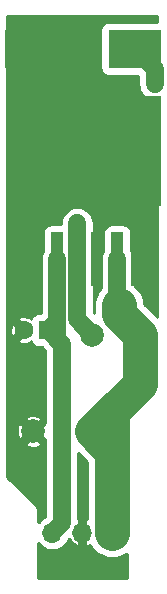
<source format=gbr>
%TF.GenerationSoftware,KiCad,Pcbnew,(5.1.9)-1*%
%TF.CreationDate,2021-02-17T20:09:15+00:00*%
%TF.ProjectId,TMBuck,544d4275-636b-42e6-9b69-6361645f7063,rev?*%
%TF.SameCoordinates,Original*%
%TF.FileFunction,Copper,L1,Top*%
%TF.FilePolarity,Positive*%
%FSLAX46Y46*%
G04 Gerber Fmt 4.6, Leading zero omitted, Abs format (unit mm)*
G04 Created by KiCad (PCBNEW (5.1.9)-1) date 2021-02-17 20:09:15*
%MOMM*%
%LPD*%
G01*
G04 APERTURE LIST*
%TA.AperFunction,ComponentPad*%
%ADD10C,1.600000*%
%TD*%
%TA.AperFunction,ComponentPad*%
%ADD11R,1.600000X1.600000*%
%TD*%
%TA.AperFunction,ComponentPad*%
%ADD12C,2.000000*%
%TD*%
%TA.AperFunction,ComponentPad*%
%ADD13R,2.000000X2.000000*%
%TD*%
%TA.AperFunction,ComponentPad*%
%ADD14O,1.700000X1.700000*%
%TD*%
%TA.AperFunction,ComponentPad*%
%ADD15R,1.700000X1.700000*%
%TD*%
%TA.AperFunction,SMDPad,CuDef*%
%ADD16R,10.800000X9.400000*%
%TD*%
%TA.AperFunction,SMDPad,CuDef*%
%ADD17R,1.100000X4.600000*%
%TD*%
%TA.AperFunction,SMDPad,CuDef*%
%ADD18R,4.500000X3.300000*%
%TD*%
%TA.AperFunction,ViaPad*%
%ADD19C,0.600000*%
%TD*%
%TA.AperFunction,ViaPad*%
%ADD20C,0.900000*%
%TD*%
%TA.AperFunction,Conductor*%
%ADD21C,1.500000*%
%TD*%
%TA.AperFunction,Conductor*%
%ADD22C,3.000000*%
%TD*%
%TA.AperFunction,Conductor*%
%ADD23C,0.254000*%
%TD*%
%TA.AperFunction,Conductor*%
%ADD24C,0.100000*%
%TD*%
G04 APERTURE END LIST*
D10*
%TO.P,C1,2*%
%TO.N,GND*%
X113390000Y-87470000D03*
D11*
%TO.P,C1,1*%
%TO.N,VCC*%
X115390000Y-87470000D03*
%TD*%
D12*
%TO.P,C2,2*%
%TO.N,GND*%
X114140000Y-96040000D03*
D13*
%TO.P,C2,1*%
%TO.N,+5V*%
X119140000Y-96040000D03*
%TD*%
D14*
%TO.P,J1,3*%
%TO.N,VCC*%
X115775000Y-104610000D03*
%TO.P,J1,2*%
%TO.N,GND*%
X118315000Y-104610000D03*
D15*
%TO.P,J1,1*%
%TO.N,+5V*%
X120855000Y-104610000D03*
%TD*%
D16*
%TO.P,U1,3*%
%TO.N,GND*%
X119580000Y-72295000D03*
D17*
%TO.P,U1,5*%
X122980000Y-81445000D03*
%TO.P,U1,4*%
%TO.N,+5V*%
X121280000Y-81445000D03*
%TO.P,U1,3*%
%TO.N,GND*%
X119580000Y-81445000D03*
%TO.P,U1,2*%
%TO.N,Net-(D1-Pad1)*%
X117880000Y-81445000D03*
%TO.P,U1,1*%
%TO.N,VCC*%
X116180000Y-81445000D03*
%TD*%
D12*
%TO.P,L1,2*%
%TO.N,Net-(D1-Pad1)*%
X119170000Y-87840000D03*
%TO.P,L1,1*%
%TO.N,+5V*%
X123170000Y-87840000D03*
%TD*%
D18*
%TO.P,D1,2*%
%TO.N,GND*%
X113930000Y-63650000D03*
%TO.P,D1,1*%
%TO.N,Net-(D1-Pad1)*%
X122730000Y-63650000D03*
%TD*%
D19*
%TO.N,GND*%
X113120000Y-61290000D03*
X115660000Y-61290000D03*
X118200000Y-61290000D03*
X120740000Y-61290000D03*
X123280000Y-61290000D03*
X118120000Y-66160000D03*
X113610000Y-66120000D03*
X120375000Y-66160000D03*
X115865000Y-66160000D03*
X122630000Y-66160000D03*
X114140000Y-77980000D03*
X116200000Y-77970000D03*
X119850000Y-77990000D03*
X121760000Y-77980000D03*
X124300000Y-77980000D03*
X113200000Y-69280000D03*
X113200000Y-71820000D03*
X113200000Y-74360000D03*
X113200000Y-76900000D03*
D20*
%TO.N,Net-(D1-Pad1)*%
X117880000Y-78430000D03*
X124433940Y-66630000D03*
%TD*%
D21*
%TO.N,VCC*%
X115390000Y-87470000D02*
X116560000Y-88640000D01*
X116560000Y-103825000D02*
X115775000Y-104610000D01*
X116560000Y-88640000D02*
X116560000Y-103825000D01*
X116180000Y-86680000D02*
X115390000Y-87470000D01*
X116180000Y-81445000D02*
X116180000Y-86680000D01*
X116180000Y-88260000D02*
X116180000Y-86680000D01*
X116560000Y-88640000D02*
X116180000Y-88260000D01*
%TO.N,+5V*%
X121280000Y-85950000D02*
X123170000Y-87840000D01*
X121280000Y-81445000D02*
X121280000Y-85950000D01*
D22*
X120855000Y-97755000D02*
X120855000Y-104610000D01*
X119140000Y-96040000D02*
X120855000Y-97755000D01*
X121431601Y-86101601D02*
X121431601Y-85372001D01*
X123170000Y-87840000D02*
X121431601Y-86101601D01*
X123170000Y-92010000D02*
X121570000Y-93610000D01*
X123170000Y-87840000D02*
X123170000Y-92010000D01*
X121570000Y-93610000D02*
X119140000Y-96040000D01*
X120855000Y-94325000D02*
X121570000Y-93610000D01*
X120855000Y-97755000D02*
X120855000Y-94325000D01*
D21*
%TO.N,Net-(D1-Pad1)*%
X117880000Y-81445000D02*
X117880000Y-78430000D01*
X117880000Y-78430000D02*
X117880000Y-78430000D01*
X124433940Y-65353940D02*
X122730000Y-63650000D01*
X124433940Y-66630000D02*
X124433940Y-65353940D01*
X117880000Y-86550000D02*
X117880000Y-81445000D01*
X119170000Y-87840000D02*
X117880000Y-86550000D01*
%TD*%
D23*
%TO.N,GND*%
X118720000Y-98639346D02*
X118720001Y-103468380D01*
X118563000Y-103504731D01*
X118563000Y-104362000D01*
X118583000Y-104362000D01*
X118583000Y-104858000D01*
X118563000Y-104858000D01*
X118563000Y-105715269D01*
X118747930Y-105758086D01*
X118820698Y-105727957D01*
X118982004Y-105634961D01*
X119071224Y-105801881D01*
X119338024Y-106126977D01*
X119663120Y-106393777D01*
X120034019Y-106592026D01*
X120436468Y-106714108D01*
X120855000Y-106755330D01*
X121273533Y-106714108D01*
X121675982Y-106592026D01*
X122046881Y-106393777D01*
X122065950Y-106378127D01*
X122065950Y-108475950D01*
X114584050Y-108475950D01*
X114584050Y-105500547D01*
X114621525Y-105556632D01*
X114828368Y-105763475D01*
X115071589Y-105925990D01*
X115341842Y-106037932D01*
X115628740Y-106095000D01*
X115921260Y-106095000D01*
X116208158Y-106037932D01*
X116478411Y-105925990D01*
X116721632Y-105763475D01*
X116928475Y-105556632D01*
X117090990Y-105313411D01*
X117133922Y-105209763D01*
X117211157Y-105132528D01*
X117273424Y-105258596D01*
X117419972Y-105449335D01*
X117600916Y-105607819D01*
X117809302Y-105727957D01*
X117882070Y-105758086D01*
X118067000Y-105715269D01*
X118067000Y-104858000D01*
X118047000Y-104858000D01*
X118047000Y-104362000D01*
X118067000Y-104362000D01*
X118067000Y-103504731D01*
X117945000Y-103476484D01*
X117945000Y-97864345D01*
X118720000Y-98639346D01*
%TA.AperFunction,Conductor*%
D24*
G36*
X118720000Y-98639346D02*
G01*
X118720001Y-103468380D01*
X118563000Y-103504731D01*
X118563000Y-104362000D01*
X118583000Y-104362000D01*
X118583000Y-104858000D01*
X118563000Y-104858000D01*
X118563000Y-105715269D01*
X118747930Y-105758086D01*
X118820698Y-105727957D01*
X118982004Y-105634961D01*
X119071224Y-105801881D01*
X119338024Y-106126977D01*
X119663120Y-106393777D01*
X120034019Y-106592026D01*
X120436468Y-106714108D01*
X120855000Y-106755330D01*
X121273533Y-106714108D01*
X121675982Y-106592026D01*
X122046881Y-106393777D01*
X122065950Y-106378127D01*
X122065950Y-108475950D01*
X114584050Y-108475950D01*
X114584050Y-105500547D01*
X114621525Y-105556632D01*
X114828368Y-105763475D01*
X115071589Y-105925990D01*
X115341842Y-106037932D01*
X115628740Y-106095000D01*
X115921260Y-106095000D01*
X116208158Y-106037932D01*
X116478411Y-105925990D01*
X116721632Y-105763475D01*
X116928475Y-105556632D01*
X117090990Y-105313411D01*
X117133922Y-105209763D01*
X117211157Y-105132528D01*
X117273424Y-105258596D01*
X117419972Y-105449335D01*
X117600916Y-105607819D01*
X117809302Y-105727957D01*
X117882070Y-105758086D01*
X118067000Y-105715269D01*
X118067000Y-104858000D01*
X118047000Y-104858000D01*
X118047000Y-104362000D01*
X118067000Y-104362000D01*
X118067000Y-103504731D01*
X117945000Y-103476484D01*
X117945000Y-97864345D01*
X118720000Y-98639346D01*
G37*
%TD.AperFunction*%
D23*
X124675950Y-61361928D02*
X120480000Y-61361928D01*
X120355518Y-61374188D01*
X120235820Y-61410498D01*
X120125506Y-61469463D01*
X120028815Y-61548815D01*
X119949463Y-61645506D01*
X119890498Y-61755820D01*
X119854188Y-61875518D01*
X119841928Y-62000000D01*
X119841928Y-65300000D01*
X119854188Y-65424482D01*
X119890498Y-65544180D01*
X119949463Y-65654494D01*
X120028815Y-65751185D01*
X120125506Y-65830537D01*
X120235820Y-65889502D01*
X120355518Y-65925812D01*
X120480000Y-65938072D01*
X123048940Y-65938072D01*
X123048940Y-66698036D01*
X123068980Y-66901506D01*
X123148176Y-67162580D01*
X123276783Y-67403187D01*
X123449859Y-67614080D01*
X123660752Y-67787157D01*
X123901359Y-67915764D01*
X124162433Y-67994960D01*
X124433940Y-68021701D01*
X124675950Y-67997865D01*
X124675951Y-86313974D01*
X124605513Y-86256167D01*
X123561153Y-85211808D01*
X123535709Y-84953469D01*
X123413627Y-84551020D01*
X123215378Y-84180120D01*
X122948578Y-83855024D01*
X122665000Y-83622297D01*
X122665000Y-81376963D01*
X122644960Y-81173493D01*
X122565764Y-80912419D01*
X122468072Y-80729650D01*
X122468072Y-79145000D01*
X122455812Y-79020518D01*
X122419502Y-78900820D01*
X122360537Y-78790506D01*
X122281185Y-78693815D01*
X122184494Y-78614463D01*
X122074180Y-78555498D01*
X121954482Y-78519188D01*
X121830000Y-78506928D01*
X120730000Y-78506928D01*
X120605518Y-78519188D01*
X120485820Y-78555498D01*
X120375506Y-78614463D01*
X120278815Y-78693815D01*
X120199463Y-78790506D01*
X120140498Y-78900820D01*
X120104188Y-79020518D01*
X120091928Y-79145000D01*
X120091928Y-80729651D01*
X119994236Y-80912420D01*
X119915040Y-81173494D01*
X119895000Y-81376964D01*
X119895001Y-83878936D01*
X119647825Y-84180120D01*
X119449575Y-84551019D01*
X119327493Y-84953468D01*
X119296601Y-85267119D01*
X119296601Y-85996729D01*
X119295598Y-86006913D01*
X119265000Y-85976315D01*
X119265000Y-78498037D01*
X119271701Y-78430000D01*
X119244960Y-78158493D01*
X119165764Y-77897419D01*
X119037157Y-77656812D01*
X118864081Y-77445919D01*
X118653188Y-77272843D01*
X118412581Y-77144236D01*
X118151507Y-77065040D01*
X117948037Y-77045000D01*
X117880000Y-77038299D01*
X117811964Y-77045000D01*
X117811963Y-77045000D01*
X117608493Y-77065040D01*
X117347419Y-77144236D01*
X117106812Y-77272843D01*
X116895919Y-77445919D01*
X116722843Y-77656812D01*
X116594236Y-77897419D01*
X116515040Y-78158493D01*
X116488299Y-78430000D01*
X116495001Y-78498046D01*
X116495001Y-78506928D01*
X115630000Y-78506928D01*
X115505518Y-78519188D01*
X115385820Y-78555498D01*
X115275506Y-78614463D01*
X115178815Y-78693815D01*
X115099463Y-78790506D01*
X115040498Y-78900820D01*
X115004188Y-79020518D01*
X114991928Y-79145000D01*
X114991928Y-80729651D01*
X114894236Y-80912420D01*
X114815040Y-81173494D01*
X114795000Y-81376964D01*
X114795001Y-86031928D01*
X114590000Y-86031928D01*
X114465518Y-86044188D01*
X114345820Y-86080498D01*
X114235506Y-86139463D01*
X114138815Y-86218815D01*
X114059463Y-86315506D01*
X114000498Y-86425820D01*
X113964377Y-86544896D01*
X113964039Y-86545234D01*
X113869079Y-86388681D01*
X113648918Y-86315995D01*
X113418808Y-86287656D01*
X113187591Y-86304754D01*
X112964152Y-86366632D01*
X112910921Y-86388681D01*
X112815960Y-86545235D01*
X113390000Y-87119275D01*
X113404143Y-87105133D01*
X113754868Y-87455858D01*
X113740725Y-87470000D01*
X113754868Y-87484143D01*
X113404143Y-87834868D01*
X113390000Y-87820725D01*
X112815960Y-88394765D01*
X112910921Y-88551319D01*
X113131082Y-88624005D01*
X113361192Y-88652344D01*
X113592409Y-88635246D01*
X113815848Y-88573368D01*
X113869079Y-88551319D01*
X113964039Y-88394766D01*
X113964377Y-88395104D01*
X114000498Y-88514180D01*
X114059463Y-88624494D01*
X114138815Y-88721185D01*
X114235506Y-88800537D01*
X114345820Y-88859502D01*
X114465518Y-88895812D01*
X114590000Y-88908072D01*
X114869387Y-88908072D01*
X115152553Y-89191239D01*
X115175000Y-89218590D01*
X115175000Y-95355725D01*
X114490725Y-96040000D01*
X115175001Y-96724276D01*
X115175001Y-103251176D01*
X115071589Y-103294010D01*
X114828368Y-103456525D01*
X114621525Y-103663368D01*
X114584050Y-103719453D01*
X114584050Y-102822117D01*
X114587213Y-102790000D01*
X114584050Y-102757883D01*
X114584050Y-102757875D01*
X114574586Y-102661784D01*
X114537187Y-102538495D01*
X114476453Y-102424871D01*
X114468246Y-102414871D01*
X114415199Y-102350232D01*
X114415192Y-102350225D01*
X114394720Y-102325280D01*
X114369776Y-102304809D01*
X111964050Y-99899085D01*
X111964050Y-97110092D01*
X113420633Y-97110092D01*
X113540509Y-97287051D01*
X113795316Y-97380044D01*
X114063369Y-97421540D01*
X114334367Y-97409944D01*
X114597895Y-97345702D01*
X114739491Y-97287051D01*
X114859367Y-97110092D01*
X114140000Y-96390725D01*
X113420633Y-97110092D01*
X111964050Y-97110092D01*
X111964050Y-95963369D01*
X112758460Y-95963369D01*
X112770056Y-96234367D01*
X112834298Y-96497895D01*
X112892949Y-96639491D01*
X113069908Y-96759367D01*
X113789275Y-96040000D01*
X113069908Y-95320633D01*
X112892949Y-95440509D01*
X112799956Y-95695316D01*
X112758460Y-95963369D01*
X111964050Y-95963369D01*
X111964050Y-94969908D01*
X113420633Y-94969908D01*
X114140000Y-95689275D01*
X114859367Y-94969908D01*
X114739491Y-94792949D01*
X114484684Y-94699956D01*
X114216631Y-94658460D01*
X113945633Y-94670056D01*
X113682105Y-94734298D01*
X113540509Y-94792949D01*
X113420633Y-94969908D01*
X111964050Y-94969908D01*
X111964050Y-87441192D01*
X112207656Y-87441192D01*
X112224754Y-87672409D01*
X112286632Y-87895848D01*
X112308681Y-87949079D01*
X112465235Y-88044040D01*
X113039275Y-87470000D01*
X112465235Y-86895960D01*
X112308681Y-86990921D01*
X112235995Y-87211082D01*
X112207656Y-87441192D01*
X111964050Y-87441192D01*
X111964050Y-60854050D01*
X124675950Y-60854050D01*
X124675950Y-61361928D01*
%TA.AperFunction,Conductor*%
D24*
G36*
X124675950Y-61361928D02*
G01*
X120480000Y-61361928D01*
X120355518Y-61374188D01*
X120235820Y-61410498D01*
X120125506Y-61469463D01*
X120028815Y-61548815D01*
X119949463Y-61645506D01*
X119890498Y-61755820D01*
X119854188Y-61875518D01*
X119841928Y-62000000D01*
X119841928Y-65300000D01*
X119854188Y-65424482D01*
X119890498Y-65544180D01*
X119949463Y-65654494D01*
X120028815Y-65751185D01*
X120125506Y-65830537D01*
X120235820Y-65889502D01*
X120355518Y-65925812D01*
X120480000Y-65938072D01*
X123048940Y-65938072D01*
X123048940Y-66698036D01*
X123068980Y-66901506D01*
X123148176Y-67162580D01*
X123276783Y-67403187D01*
X123449859Y-67614080D01*
X123660752Y-67787157D01*
X123901359Y-67915764D01*
X124162433Y-67994960D01*
X124433940Y-68021701D01*
X124675950Y-67997865D01*
X124675951Y-86313974D01*
X124605513Y-86256167D01*
X123561153Y-85211808D01*
X123535709Y-84953469D01*
X123413627Y-84551020D01*
X123215378Y-84180120D01*
X122948578Y-83855024D01*
X122665000Y-83622297D01*
X122665000Y-81376963D01*
X122644960Y-81173493D01*
X122565764Y-80912419D01*
X122468072Y-80729650D01*
X122468072Y-79145000D01*
X122455812Y-79020518D01*
X122419502Y-78900820D01*
X122360537Y-78790506D01*
X122281185Y-78693815D01*
X122184494Y-78614463D01*
X122074180Y-78555498D01*
X121954482Y-78519188D01*
X121830000Y-78506928D01*
X120730000Y-78506928D01*
X120605518Y-78519188D01*
X120485820Y-78555498D01*
X120375506Y-78614463D01*
X120278815Y-78693815D01*
X120199463Y-78790506D01*
X120140498Y-78900820D01*
X120104188Y-79020518D01*
X120091928Y-79145000D01*
X120091928Y-80729651D01*
X119994236Y-80912420D01*
X119915040Y-81173494D01*
X119895000Y-81376964D01*
X119895001Y-83878936D01*
X119647825Y-84180120D01*
X119449575Y-84551019D01*
X119327493Y-84953468D01*
X119296601Y-85267119D01*
X119296601Y-85996729D01*
X119295598Y-86006913D01*
X119265000Y-85976315D01*
X119265000Y-78498037D01*
X119271701Y-78430000D01*
X119244960Y-78158493D01*
X119165764Y-77897419D01*
X119037157Y-77656812D01*
X118864081Y-77445919D01*
X118653188Y-77272843D01*
X118412581Y-77144236D01*
X118151507Y-77065040D01*
X117948037Y-77045000D01*
X117880000Y-77038299D01*
X117811964Y-77045000D01*
X117811963Y-77045000D01*
X117608493Y-77065040D01*
X117347419Y-77144236D01*
X117106812Y-77272843D01*
X116895919Y-77445919D01*
X116722843Y-77656812D01*
X116594236Y-77897419D01*
X116515040Y-78158493D01*
X116488299Y-78430000D01*
X116495001Y-78498046D01*
X116495001Y-78506928D01*
X115630000Y-78506928D01*
X115505518Y-78519188D01*
X115385820Y-78555498D01*
X115275506Y-78614463D01*
X115178815Y-78693815D01*
X115099463Y-78790506D01*
X115040498Y-78900820D01*
X115004188Y-79020518D01*
X114991928Y-79145000D01*
X114991928Y-80729651D01*
X114894236Y-80912420D01*
X114815040Y-81173494D01*
X114795000Y-81376964D01*
X114795001Y-86031928D01*
X114590000Y-86031928D01*
X114465518Y-86044188D01*
X114345820Y-86080498D01*
X114235506Y-86139463D01*
X114138815Y-86218815D01*
X114059463Y-86315506D01*
X114000498Y-86425820D01*
X113964377Y-86544896D01*
X113964039Y-86545234D01*
X113869079Y-86388681D01*
X113648918Y-86315995D01*
X113418808Y-86287656D01*
X113187591Y-86304754D01*
X112964152Y-86366632D01*
X112910921Y-86388681D01*
X112815960Y-86545235D01*
X113390000Y-87119275D01*
X113404143Y-87105133D01*
X113754868Y-87455858D01*
X113740725Y-87470000D01*
X113754868Y-87484143D01*
X113404143Y-87834868D01*
X113390000Y-87820725D01*
X112815960Y-88394765D01*
X112910921Y-88551319D01*
X113131082Y-88624005D01*
X113361192Y-88652344D01*
X113592409Y-88635246D01*
X113815848Y-88573368D01*
X113869079Y-88551319D01*
X113964039Y-88394766D01*
X113964377Y-88395104D01*
X114000498Y-88514180D01*
X114059463Y-88624494D01*
X114138815Y-88721185D01*
X114235506Y-88800537D01*
X114345820Y-88859502D01*
X114465518Y-88895812D01*
X114590000Y-88908072D01*
X114869387Y-88908072D01*
X115152553Y-89191239D01*
X115175000Y-89218590D01*
X115175000Y-95355725D01*
X114490725Y-96040000D01*
X115175001Y-96724276D01*
X115175001Y-103251176D01*
X115071589Y-103294010D01*
X114828368Y-103456525D01*
X114621525Y-103663368D01*
X114584050Y-103719453D01*
X114584050Y-102822117D01*
X114587213Y-102790000D01*
X114584050Y-102757883D01*
X114584050Y-102757875D01*
X114574586Y-102661784D01*
X114537187Y-102538495D01*
X114476453Y-102424871D01*
X114468246Y-102414871D01*
X114415199Y-102350232D01*
X114415192Y-102350225D01*
X114394720Y-102325280D01*
X114369776Y-102304809D01*
X111964050Y-99899085D01*
X111964050Y-97110092D01*
X113420633Y-97110092D01*
X113540509Y-97287051D01*
X113795316Y-97380044D01*
X114063369Y-97421540D01*
X114334367Y-97409944D01*
X114597895Y-97345702D01*
X114739491Y-97287051D01*
X114859367Y-97110092D01*
X114140000Y-96390725D01*
X113420633Y-97110092D01*
X111964050Y-97110092D01*
X111964050Y-95963369D01*
X112758460Y-95963369D01*
X112770056Y-96234367D01*
X112834298Y-96497895D01*
X112892949Y-96639491D01*
X113069908Y-96759367D01*
X113789275Y-96040000D01*
X113069908Y-95320633D01*
X112892949Y-95440509D01*
X112799956Y-95695316D01*
X112758460Y-95963369D01*
X111964050Y-95963369D01*
X111964050Y-94969908D01*
X113420633Y-94969908D01*
X114140000Y-95689275D01*
X114859367Y-94969908D01*
X114739491Y-94792949D01*
X114484684Y-94699956D01*
X114216631Y-94658460D01*
X113945633Y-94670056D01*
X113682105Y-94734298D01*
X113540509Y-94792949D01*
X113420633Y-94969908D01*
X111964050Y-94969908D01*
X111964050Y-87441192D01*
X112207656Y-87441192D01*
X112224754Y-87672409D01*
X112286632Y-87895848D01*
X112308681Y-87949079D01*
X112465235Y-88044040D01*
X113039275Y-87470000D01*
X112465235Y-86895960D01*
X112308681Y-86990921D01*
X112235995Y-87211082D01*
X112207656Y-87441192D01*
X111964050Y-87441192D01*
X111964050Y-60854050D01*
X124675950Y-60854050D01*
X124675950Y-61361928D01*
G37*
%TD.AperFunction*%
%TD*%
M02*

</source>
